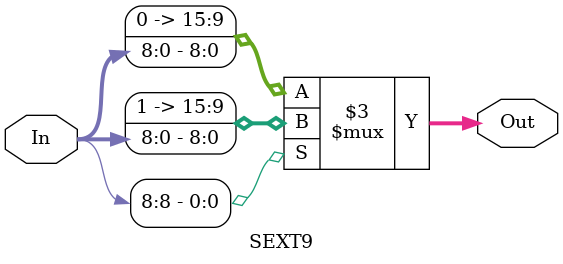
<source format=sv>
module SEXT9(	input logic [8:0]	In,
					output logic[15:0]Out);
					
always_comb
begin
	if(In[8])
		Out <= {(7'b1111111),In};
	else
		Out <= {(7'b0000000),In};
end

endmodule

</source>
